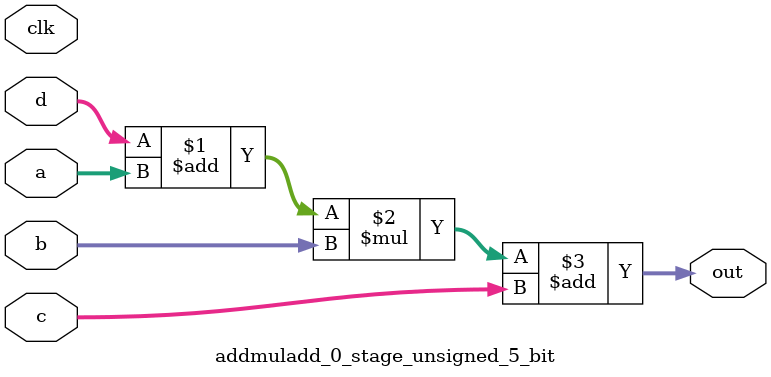
<source format=sv>
(* use_dsp = "yes" *) module addmuladd_0_stage_unsigned_5_bit(
	input  [4:0] a,
	input  [4:0] b,
	input  [4:0] c,
	input  [4:0] d,
	output [4:0] out,
	input clk);

	assign out = ((d + a) * b) + c;
endmodule

</source>
